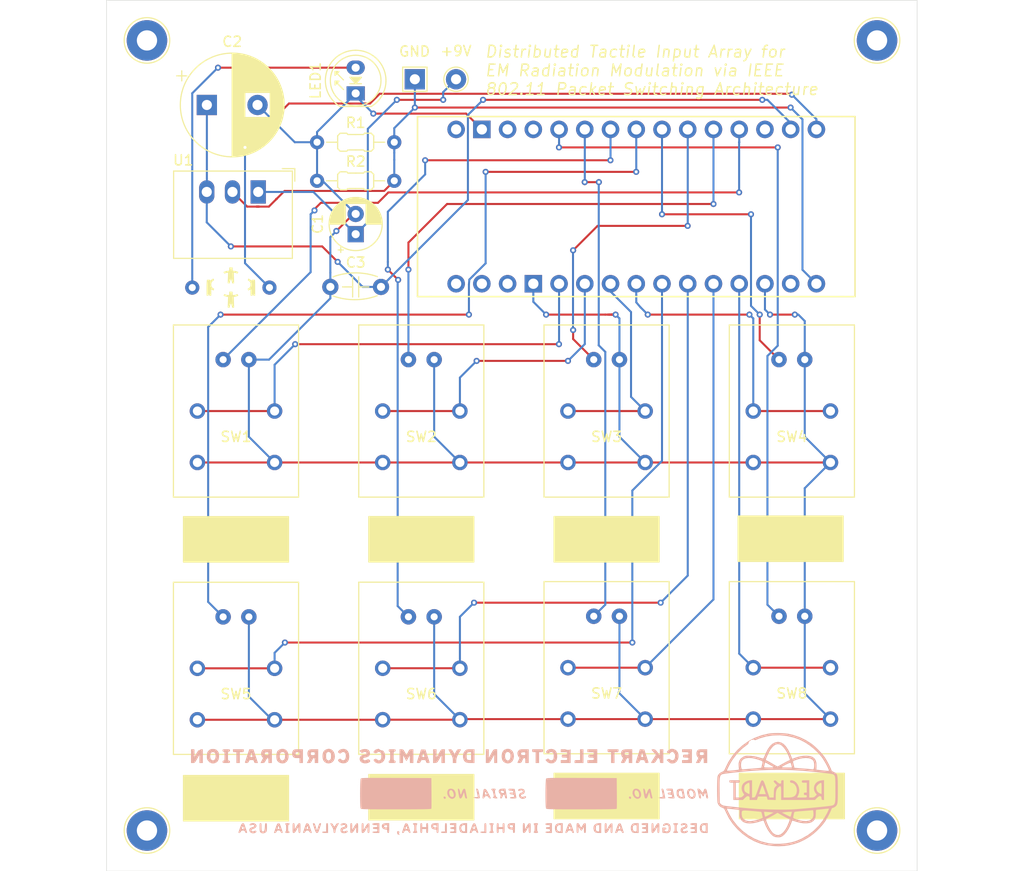
<source format=kicad_pcb>
(kicad_pcb (version 20240108) (generator "pcbnew") (generator_version "8.0")
  (layers (0 "F.Cu" signal) (31 "B.Cu" signal) (34 "B.Paste" user) (35 "F.Paste" user) (36 "B.SilkS" user "B.Silkscreen") (37 "F.SilkS" user "F.Silkscreen") (38 "B.Mask" user) (39 "F.Mask" user) (44 "Edge.Cuts" user))
  (net 0 "")
  (net 1 "Net-(A1-A4{slash}SDA)")
  (net 2 "Net-(SW8-LED+)")
  (net 3 "Net-(SW4-B)")
  (net 4 "Net-(SW2-B)")
  (net 5 "Net-(SW7-B)")
  (net 6 "Net-(SW1-B)")
  (net 7 "Net-(SW7-LED+)")
  (net 8 "GND")
  (net 10 "Net-(A1-3.3V)")
  (net 11 "Net-(SW2-LED+)")
  (net 12 "Net-(SW8-B)")
  (net 13 "Net-(A1-A5{slash}SCL)")
  (net 15 "Net-(SW3-B)")
  (net 16 "Net-(SW4-LED+)")
  (net 17 "Net-(SW3-LED+)")
  (net 19 "Net-(SW6-B)")
  (net 20 "Net-(SW1-LED+)")
  (net 21 "Net-(SW5-B)")
  (net 22 "Net-(LED1-K)")
  (net 25 "Net-(A1-D13_SCK)")
  (net 29 "+9V")
  (net 30 "Net-(LED1-A)")
  (footprint "Button_Switch_THT:PB_86_A1" (layer "F.Cu") (at 112.649 123.958813)
    (property "Reference" "SW5")
    (property "Value" "SW_Push_SPDT")
  )
  (footprint "TestPoint:TestPoint_THTPad_D4.0mm_Drill2.0mm" (layer "F.Cu") (at 175.919 61.952)
    (property "Reference" "REF**" (hide yes))
    (property "Value" "TestPoint_THTPad_D4.0mm_Drill2.0mm")
  )
  (footprint "Button_Switch_THT:PB_86_A1" (layer "F.Cu") (at 112.649 98.552)
    (property "Reference" "SW1")
    (property "Value" "SW_Push_SPDT")
  )
  (footprint "Button_Switch_THT:PB_86_A1" (layer "F.Cu") (at 149.225 123.895874)
    (property "Reference" "SW7")
    (property "Value" "SW_Push_SPDT")
  )
  (footprint "PCM_Capacitor_THT_AKL:CP_Radial_D5.0mm_P2.00mm" (layer "F.Cu") (at 124.46 81.087113 90)
    (property "Reference" "C1")
    (property "Value" "100uF" (hide yes))
  )
  (footprint "PCM_arduino-library:Arduino_Nano_ESP32_Socket" (layer "F.Cu") (at 173.744698 78.359 90)
    (property "Reference" "A1" (hide yes))
    (property "Value" "Arduino_Nano_ESP32_Socket")
  )
  (footprint "Converter_DCDC:Converter_DCDC_RECOM_R-78E-0.5_THT" (layer "F.Cu") (at 114.842 76.9135 180)
    (property "Reference" "U1")
    (property "Value" "R-78E3.3-1.0" (hide yes))
  )
  (footprint "PCM_Capacitor_THT_US_AKL:C_Disc_D5.0mm_W2.5mm_P5.00mm" (layer "F.Cu") (at 121.96 86.294113)
    (property "Reference" "C3")
    (property "Value" "10uF" (hide yes))
  )
  (footprint "lampyfoot:solstice" (layer "F.Cu") (at 112.141 86.36)
    (property "Reference" "G***" (hide yes))
    (property "Value" "LOGO" (hide yes))
  )
  (footprint "TestPoint:TestPoint_THTPad_D2.0mm_Drill1.0mm" (layer "F.Cu") (at 134.366 65.786)
    (property "Reference" "+9V")
    (property "Value" "TestPoint_THTPad_D2.0mm_Drill1.0mm")
  )
  (footprint "PCM_Resistor_THT_AKL:R_Axial_DIN0204_L3.6mm_D1.6mm_P7.62mm_Horizontal" (layer "F.Cu") (at 120.65 72.004)
    (property "Reference" "R1")
    (property "Value" "100k" (hide yes))
  )
  (footprint "TestPoint:TestPoint_THTPad_D4.0mm_Drill2.0mm" (layer "F.Cu") (at 103.862 139.978)
    (property "Reference" "REF**" (hide yes))
    (property "Value" "TestPoint_THTPad_D4.0mm_Drill2.0mm")
  )
  (footprint "TestPoint:TestPoint_THTPad_D4.0mm_Drill2.0mm" (layer "F.Cu") (at 103.862 61.952)
    (property "Reference" "REF**" (hide yes))
    (property "Value" "TestPoint_THTPad_D4.0mm_Drill2.0mm")
  )
  (footprint "PCM_LED_THT_AKL:LED_D5.0mm" (layer "F.Cu") (at 124.46 67.183 90)
    (property "Reference" "LED1")
    (property "Value" "LED_5mm" (hide yes))
  )
  (footprint "TestPoint:TestPoint_THTPad_2.0x2.0mm_Drill1.0mm" (layer "F.Cu") (at 130.302 65.786)
    (property "Reference" "GND" (hide yes))
    (property "Value" "TestPoint_THTPad_2.0x2.0mm_Drill1.0mm")
  )
  (footprint "PCM_Resistor_THT_AKL:R_Axial_DIN0204_L3.6mm_D1.6mm_P7.62mm_Horizontal" (layer "F.Cu") (at 120.65 75.814)
    (property "Reference" "R2")
    (property "Value" "33k" (hide yes))
  )
  (footprint "PCM_Capacitor_THT_AKL:CP_Radial_D10.0mm_P5.00mm" (layer "F.Cu") (at 109.773323 68.326)
    (property "Reference" "C2")
    (property "Value" "470uF" (hide yes))
  )
  (footprint "TestPoint:TestPoint_THTPad_D4.0mm_Drill2.0mm" (layer "F.Cu") (at 175.919 139.978)
    (property "Reference" "REF**" (hide yes))
    (property "Value" "TestPoint_THTPad_D4.0mm_Drill2.0mm")
  )
  (footprint "PCM_Resistor_THT_AKL:R_Axial_DIN0204_L3.6mm_D1.6mm_P7.62mm_Horizontal" (layer "F.Cu") (at 108.331 86.36)
    (property "Reference" "R3" (hide yes))
    (property "Value" "33k" (hide yes))
  )
  (footprint "Button_Switch_THT:PB_86_A1" (layer "F.Cu") (at 167.513 123.895874)
    (property "Reference" "SW8")
    (property "Value" "SW_Push_SPDT")
  )
  (footprint "Button_Switch_THT:PB_86_A1" (layer "F.Cu") (at 149.225 98.552)
    (property "Reference" "SW3")
    (property "Value" "SW_Push_SPDT")
  )
  (footprint "Button_Switch_THT:PB_86_A1" (layer "F.Cu") (at 167.513 98.552)
    (property "Reference" "SW4")
    (property "Value" "SW_Push_SPDT")
  )
  (footprint "Button_Switch_THT:PB_86_A1" (layer "F.Cu") (at 130.937 98.552)
    (property "Reference" "SW2")
    (property "Value" "SW_Push_SPDT")
  )
  (footprint "Button_Switch_THT:PB_86_A1" (layer "F.Cu") (at 130.937 123.952)
    (property "Reference" "SW6")
    (property "Value" "SW_Push_SPDT")
  )
  (footprint "lampyfoot:badge" (layer "B.Cu") (at 140.081 135.89 180)
    (property "Reference" "G***" (hide yes))
    (property "Value" "LOGO" (hide yes))
  )
  (gr_rect (start 125.7465 134.438) (end 136.1275 138.938) (stroke (width 0.1)) (fill solid) (layer "F.SilkS"))
  (gr_rect (start 162.1955 108.911) (end 172.5765 113.411) (stroke (width 0.1)) (fill solid) (layer "F.SilkS"))
  (gr_rect (start 162.3225 134.317813) (end 172.7035 138.817813) (stroke (width 0.1)) (fill solid) (layer "F.SilkS"))
  (gr_rect (start 125.7465 108.966) (end 136.1275 113.466) (stroke (width 0.1)) (fill solid) (layer "F.SilkS"))
  (gr_rect (start 107.4585 108.972813) (end 117.8395 113.472813) (stroke (width 0.1)) (fill solid) (layer "F.SilkS"))
  (gr_rect (start 144.0345 134.317813) (end 154.4155 138.817813) (stroke (width 0.1)) (fill solid) (layer "F.SilkS"))
  (gr_rect (start 144.0345 108.966) (end 154.4155 113.466) (stroke (width 0.1)) (fill solid) (layer "F.SilkS"))
  (gr_rect (start 107.4585 134.535813) (end 117.8395 139.035813) (stroke (width 0.1)) (fill solid) (layer "F.SilkS"))
  (gr_rect (start 99.872875 57.984281) (end 179.872875 143.984281) (stroke (width 0.05)) (fill none) (layer "Edge.Cuts"))
  (gr_text "Distributed Tactile Input Array for\nEM Radiation Modulation via IEEE\n802.11 Packet Switching Architecture" (at 137.16 67.437 0) (layer "F.SilkS") (effects (font (size 1.15 1.15) (thickness 0.14375) (italic yes)) (justify left bottom)))
  (gr_text "GND" (at 128.651 63.627 0) (layer "F.SilkS") (effects (font (size 1 1)) (justify left bottom)))
  (segment (start 135.636 89.027) (end 111.125 89.027) (width 0.2) (layer "F.Cu") (net 1))
  (segment (start 137.287 74.93) (end 152.146 74.93) (width 0.2) (layer "F.Cu") (net 1))
  (via (at 111.125 89.027) (size 0.6) (drill 0.3) (layers "F.Cu" "B.Cu") (net 1))
  (via (at 137.287 74.93) (size 0.6) (drill 0.3) (layers "F.Cu" "B.Cu") (net 1))
  (via (at 135.636 89.027) (size 0.6) (drill 0.3) (layers "F.Cu" "B.Cu") (net 1))
  (via (at 152.146 74.93) (size 0.6) (drill 0.3) (layers "F.Cu" "B.Cu") (net 1))
  (segment (start 152.154698 70.739) (end 152.154698 74.921302) (width 0.2) (layer "B.Cu") (net 1))
  (segment (start 135.678994 85.570859) (end 136.01841 85.229713) (width 0.2) (layer "B.Cu") (net 1))
  (segment (start 135.637757 89.025242) (end 135.637757 86.05032) (width 0.2) (layer "B.Cu") (net 1))
  (segment (start 137.287 74.93) (end 137.287 83.961115) (width 0.2) (layer "B.Cu") (net 1))
  (segment (start 137.287 83.961115) (end 137.287006 83.961121) (width 0.2) (layer "B.Cu") (net 1))
  (segment (start 136.01841 85.229713) (end 137.287006 83.961121) (width 0.2) (layer "B.Cu") (net 1))
  (segment (start 152.146 70.747698) (end 152.154698 70.739) (width 0.2) (layer "B.Cu") (net 1))
  (segment (start 135.637757 86.05032) (end 135.678994 85.570859) (width 0.2) (layer "B.Cu") (net 1))
  (segment (start 109.901001 90.251) (end 109.900997 117.400814) (width 0.2) (layer "B.Cu") (net 1))
  (segment (start 135.636 89.027) (end 135.637757 89.025242) (width 0.2) (layer "B.Cu") (net 1))
  (segment (start 109.900997 117.400814) (end 111.379 118.878813) (width 0.2) (layer "B.Cu") (net 1))
  (segment (start 152.154698 74.921302) (end 152.146 74.93) (width 0.2) (layer "B.Cu") (net 1))
  (segment (start 111.125 89.027) (end 109.901001 90.251) (width 0.2) (layer "B.Cu") (net 1))
  (segment (start 166.116 72.517) (end 144.526 72.517) (width 0.2) (layer "F.Cu") (net 2))
  (via (at 166.116 72.517) (size 0.6) (drill 0.3) (layers "F.Cu" "B.Cu") (net 2))
  (via (at 144.526 72.517) (size 0.6) (drill 0.3) (layers "F.Cu" "B.Cu") (net 2))
  (segment (start 144.534698 72.23396) (end 144.534698 72.232688) (width 0.2) (layer "B.Cu") (net 2))
  (segment (start 144.534698 72.035094) (end 144.534698 72.153396) (width 0.2) (layer "B.Cu") (net 2))
  (segment (start 144.534698 72.483429) (end 144.534698 72.482275) (width 0.2) (layer "B.Cu") (net 2))
  (segment (start 144.534698 72.466215) (end 144.534698 72.473846) (width 0.2) (layer "B.Cu") (net 2))
  (segment (start 144.534698 72.317599) (end 144.534698 72.339011) (width 0.2) (layer "B.Cu") (net 2))
  (segment (start 144.534698 72.434272) (end 144.534698 72.443678) (width 0.2) (layer "B.Cu") (net 2))
  (segment (start 144.534698 72.422649) (end 144.534698 72.427262) (width 0.2) (layer "B.Cu") (net 2))
  (segment (start 144.534698 72.483429) (end 144.534698 72.489285) (width 0.2) (layer "B.Cu") (net 2))
  (segment (start 144.534698 72.399314) (end 144.534698 72.413333) (width 0.2) (layer "B.Cu") (net 2))
  (segment (start 144.534698 72.35226) (end 144.534698 72.357347) (width 0.2) (layer "B.Cu") (net 2))
  (segment (start 144.534698 72.443678) (end 144.534698 72.458584) (width 0.2) (layer "B.Cu") (net 2))
  (segment (start 144.534698 72.271698) (end 144.534698 72.309436) (width 0.2) (layer "B.Cu") (net 2))
  (segment (start 144.534698 72.458584) (end 144.534698 72.466215) (width 0.2) (layer "B.Cu") (net 2))
  (segment (start 144.534698 72.362434) (end 144.534698 72.366782) (width 0.2) (layer "B.Cu") (net 2))
  (segment (start 144.534698 72.035094) (end 144.534698 70.739) (width 0.2) (layer "B.Cu") (net 2))
  (segment (start 144.534698 72.502151) (end 144.534698 72.508302) (width 0.2) (layer "B.Cu") (net 2))
  (segment (start 144.534698 72.357347) (end 144.534698 72.362434) (width 0.2) (layer "B.Cu") (net 2))
  (segment (start 165.09999 93.113103) (end 166.116006 92.097107) (width 0.2) (layer "B.Cu") (net 2))
  (segment (start 144.534698 72.474112) (end 144.534698 72.482275) (width 0.2) (layer "B.Cu") (net 2))
  (segment (start 144.534698 72.500494) (end 144.534698 72.502151) (width 0.2) (layer "B.Cu") (net 2))
  (segment (start 144.534698 72.192406) (end 144.534698 72.232688) (width 0.2) (layer "B.Cu") (net 2))
  (segment (start 144.534698 72.317599) (end 144.534698 72.309436) (width 0.2) (layer "B.Cu") (net 2))
  (segment (start 144.534698 72.413333) (end 144.534698 72.418036) (width 0.2) (layer "B.Cu") (net 2))
  (segment (start 144.534698 72.431875) (end 144.534698 72.434272) (width 0.2) (layer "B.Cu") (net 2))
  (segment (start 144.534698 72.23396) (end 144.534698 72.271698) (width 0.2) (layer "B.Cu") (net 2))
  (segment (start 165.100021 117.672864) (end 166.243 118.815874) (width 0.2) (layer "B.Cu") (net 2))
  (segment (start 144.526 72.517) (end 144.534698 72.508302) (width 0.2) (layer "B.Cu") (net 2))
  (segment (start 144.534698 72.339011) (end 144.534698 72.347173) (width 0.2) (layer "B.Cu") (net 2))
  (segment (start 144.534698 72.399314) (end 144.534698 72.380564) (width 0.2) (layer "B.Cu") (net 2))
  (segment (start 144.534698 72.489285) (end 144.534698 72.495141) (width 0.2) (layer "B.Cu") (net 2))
  (segment (start 144.534698 72.497181) (end 144.534698 72.500494) (width 0.2) (layer "B.Cu") (net 2))
  (segment (start 144.534698 72.192406) (end 144.534698 72.153396) (width 0.2) (layer "B.Cu") (net 2))
  (segment (start 166.116006 92.097107) (end 166.116 72.517) (width 0.2) (layer "B.Cu") (net 2))
  (segment (start 144.534698 72.366782) (end 144.534698 72.380564) (width 0.2) (layer "B.Cu") (net 2))
  (segment (start 144.534698 72.347173) (end 144.534698 72.35226) (width 0.2) (layer "B.Cu") (net 2))
  (segment (start 144.534698 72.427262) (end 144.534698 72.431875) (width 0.2) (layer "B.Cu") (net 2))
  (segment (start 144.534698 72.418036) (end 144.534698 72.422649) (width 0.2) (layer "B.Cu") (net 2))
  (segment (start 144.534698 72.474112) (end 144.534698 72.473846) (width 0.2) (layer "B.Cu") (net 2))
  (segment (start 165.100021 117.672864) (end 165.09999 93.113103) (width 0.2) (layer "B.Cu") (net 2))
  (segment (start 144.534698 72.497181) (end 144.534698 72.495141) (width 0.2) (layer "B.Cu") (net 2))
  (segment (start 163.322 89.027) (end 153.289 89.027) (width 0.2) (layer "F.Cu") (net 3))
  (segment (start 163.703 98.552) (end 171.323 98.552) (width 0.2) (layer "F.Cu") (net 3))
  (via (at 153.289 89.027) (size 0.6) (drill 0.3) (layers "F.Cu" "B.Cu") (net 3))
  (via (at 163.322 89.027) (size 0.6) (drill 0.3) (layers "F.Cu" "B.Cu") (net 3))
  (segment (start 152.154698 87.180427) (end 152.156199 87.814264) (width 0.2) (layer "B.Cu") (net 3))
  (segment (start 152.154698 87.180427) (end 152.154698 85.979) (width 0.2) (layer "B.Cu") (net 3))
  (segment (start 152.564566 88.29902) (end 152.156199 87.814264) (width 0.2) (layer "B.Cu") (net 3))
  (segment (start 163.703002 89.407999) (end 163.703 98.552) (width 0.2) (layer "B.Cu") (net 3))
  (segment (start 153.289 89.025227) (end 153.289011 89.02345) (width 0.2) (layer "B.Cu") (net 3))
  (segment (start 153.289 89.027) (end 153.289 89.025227) (width 0.2) (layer "B.Cu") (net 3))
  (segment (start 152.564566 88.29902) (end 153.287746 89.0222) (width 0.2) (layer "B.Cu") (net 3))
  (segment (start 163.703002 89.407999) (end 163.322 89.027) (width 0.2) (layer "B.Cu") (net 3))
  (segment (start 153.287746 89.0222) (end 153.289011 89.02345) (width 0.2) (layer "B.Cu") (net 3))
  (segment (start 145.415 93.599) (end 136.398 93.599) (width 0.2) (layer "F.Cu") (net 4))
  (segment (start 127.127 98.552) (end 134.747 98.552) (width 0.2) (layer "F.Cu") (net 4))
  (via (at 136.398 93.599) (size 0.6) (drill 0.3) (layers "F.Cu" "B.Cu") (net 4))
  (via (at 145.415 93.599) (size 0.6) (drill 0.3) (layers "F.Cu" "B.Cu") (net 4))
  (segment (start 134.747001 95.25) (end 134.747 98.552) (width 0.2) (layer "B.Cu") (net 4))
  (segment (start 147.074698 91.939302) (end 145.415 93.599) (width 0.2) (layer "B.Cu") (net 4))
  (segment (start 147.074698 91.939302) (end 147.074698 85.979) (width 0.2) (layer "B.Cu") (net 4))
  (segment (start 136.398 93.599) (end 134.747001 95.25) (width 0.2) (layer "B.Cu") (net 4))
  (segment (start 153.035 123.895874) (end 145.415 123.895874) (width 0.2) (layer "F.Cu") (net 5))
  (segment (start 159.774686 117.15617) (end 153.035 123.895874) (width 0.2) (layer "B.Cu") (net 5))
  (segment (start 159.774686 117.15617) (end 159.774698 85.979) (width 0.2) (layer "B.Cu") (net 5))
  (segment (start 108.839 98.552) (end 116.459 98.552) (width 0.2) (layer "F.Cu") (net 6))
  (segment (start 118.491 91.948) (end 144.526 91.948) (width 0.2) (layer "F.Cu") (net 6))
  (via (at 144.526 91.948) (size 0.6) (drill 0.3) (layers "F.Cu" "B.Cu") (net 6))
  (via (at 118.491 91.948) (size 0.6) (drill 0.3) (layers "F.Cu" "B.Cu") (net 6))
  (segment (start 144.534698 91.933151) (end 144.534698 85.979) (width 0.2) (layer "B.Cu") (net 6))
  (segment (start 116.458984 93.979993) (end 116.459 98.552) (width 0.2) (layer "B.Cu") (net 6))
  (segment (start 116.458984 93.979993) (end 118.491 91.948) (width 0.2) (layer "B.Cu") (net 6))
  (segment (start 144.534676 91.939292) (end 144.526 91.948) (width 0.2) (layer "B.Cu") (net 6))
  (segment (start 144.534698 91.933151) (end 144.534676 91.939292) (width 0.2) (layer "B.Cu") (net 6))
  (segment (start 148.463 75.946) (end 147.066 75.946) (width 0.2) (layer "F.Cu") (net 7))
  (via (at 148.463 75.946) (size 0.6) (drill 0.3) (layers "F.Cu" "B.Cu") (net 7))
  (via (at 147.066 75.946) (size 0.6) (drill 0.3) (layers "F.Cu" "B.Cu") (net 7))
  (segment (start 147.074698 75.937302) (end 147.074698 70.485) (width 0.2) (layer "B.Cu") (net 7))
  (segment (start 147.066 75.946) (end 147.074698 75.937302) (width 0.2) (layer "B.Cu") (net 7))
  (segment (start 148.451098 75.957902) (end 148.451098 92.063058) (width 0.2) (layer "B.Cu") (net 7))
  (segment (start 149.098011 92.709995) (end 149.097979 117.672864) (width 0.2) (layer "B.Cu") (net 7))
  (segment (start 149.097979 117.672864) (end 147.955 118.815874) (width 0.2) (layer "B.Cu") (net 7))
  (segment (start 148.463 75.946) (end 148.451098 75.957902) (width 0.2) (layer "B.Cu") (net 7))
  (segment (start 148.451086 92.06307) (end 149.098011 92.709995) (width 0.2) (layer "B.Cu") (net 7))
  (segment (start 148.451098 92.063058) (end 148.451086 92.06307) (width 0.2) (layer "B.Cu") (net 7))
  (segment (start 116.638963 77.616532) (end 116.633292 77.622203) (width 0.2) (layer "F.Cu") (net 8))
  (segment (start 114.844348 78.3635) (end 114.799652 78.3635) (width 0.2) (layer "F.Cu") (net 8))
  (segment (start 116.665047 77.59045) (end 116.663913 77.591583) (width 0.2) (layer "F.Cu") (net 8))
  (segment (start 113.752002 78.363502) (end 112.302 76.9135) (width 0.2) (layer "F.Cu") (net 8))
  (segment (start 116.666182 77.589317) (end 116.665047 77.59045) (width 0.2) (layer "F.Cu") (net 8))
  (segment (start 127.270001 76.814002) (end 128.27 75.814) (width 0.2) (layer "F.Cu") (net 8))
  (segment (start 116.644631 77.610863) (end 116.643498 77.611997) (width 0.2) (layer "F.Cu") (net 8))
  (segment (start 130.302 68.58) (end 130.556 68.58) (width 0.2) (layer "F.Cu") (net 8))
  (segment (start 116.662778 77.592718) (end 116.661643 77.593853) (width 0.2) (layer "F.Cu") (net 8))
  (segment (start 116.663913 77.591583) (end 116.662778 77.592718) (width 0.2) (layer "F.Cu") (net 8))
  (segment (start 116.661643 77.593853) (end 116.659943 77.595553) (width 0.2) (layer "F.Cu") (net 8))
  (segment (start 114.754956 78.3635) (end 114.71026 78.3635) (width 0.2) (layer "F.Cu") (net 8))
  (segment (start 116.646333 77.609161) (end 116.644631 77.610863) (width 0.2) (layer "F.Cu") (net 8))
  (segment (start 117.441507 76.814017) (end 127.270001 76.814002) (width 0.2) (layer "F.Cu") (net 8))
  (segment (start 113.752002 78.363502) (end 114.665564 78.3635) (width 0.2) (layer "F.Cu") (net 8))
  (segment (start 116.627621 77.627873) (end 116.621384 77.63411) (width 0.2) (layer "F.Cu") (net 8))
  (segment (start 116.633292 77.622203) (end 116.627621 77.627873) (width 0.2) (layer "F.Cu") (net 8))
  (segment (start 116.659943 77.595553) (end 116.655407 77.600089) (width 0.2) (layer "F.Cu") (net 8))
  (segment (start 116.603239 77.652255) (end 115.892005 78.363508) (width 0.2) (layer "F.Cu") (net 8))
  (segment (start 114.93374 78.3635) (end 114.889044 78.3635) (width 0.2) (layer "F.Cu") (net 8))
  (segment (start 114.799652 78.3635) (end 114.754956 78.3635) (width 0.2) (layer "F.Cu") (net 8))
  (segment (start 116.638963 77.616532) (end 116.642365 77.61313) (width 0.2) (layer "F.Cu") (net 8))
  (segment (start 114.71026 78.3635) (end 114.665564 78.3635) (width 0.2) (layer "F.Cu") (net 8))
  (segment (start 115.892005 78.363508) (end 114.93374 78.3635) (width 0.2) (layer "F.Cu") (net 8))
  (segment (start 116.621384 77.63411) (end 116.603239 77.652255) (width 0.2) (layer "F.Cu") (net 8))
  (segment (start 116.65087 77.604625) (end 116.646333 77.609161) (width 0.2) (layer "F.Cu") (net 8))
  (segment (start 116.643498 77.611997) (end 116.642365 77.61313) (width 0.2) (layer "F.Cu") (net 8))
  (segment (start 116.666182 77.589317) (end 117.441507 76.814017) (width 0.2) (layer "F.Cu") (net 8))
  (segment (start 116.655407 77.600089) (end 116.65087 77.604625) (width 0.2) (layer "F.Cu") (net 8))
  (segment (start 167.386 68.58) (end 130.302 68.58) (width 0.2) (layer "F.Cu") (net 8))
  (segment (start 114.889044 78.3635) (end 114.844348 78.3635) (width 0.2) (layer "F.Cu") (net 8))
  (via (at 130.302 68.58) (size 0.6) (drill 0.3) (layers "F.Cu" "B.Cu") (net 8))
  (via (at 167.386 68.58) (size 0.6) (drill 0.3) (layers "F.Cu" "B.Cu") (net 8))
  (segment (start 128.27 71.50375) (end 128.27 71.569) (width 0.2) (layer "B.Cu") (net 8))
  (segment (start 168.558313 69.752292) (end 168.558299 84.602599) (width 0.2) (layer "B.Cu") (net 8))
  (segment (start 128.27 72.091) (end 128.27 72.15625) (width 0.2) (layer "B.Cu") (net 8))
  (segment (start 128.27 71.46025) (end 128.27 71.50375) (width 0.2) (layer "B.Cu") (net 8))
  (segment (start 128.27 72.37375) (end 128.27 72.24325) (width 0.2) (layer "B.Cu") (net 8))
  (segment (start 167.386 68.58) (end 168.558313 69.752292) (width 0.2) (layer "B.Cu") (net 8))
  (segment (start 128.27 72.19975) (end 128.27 72.24325) (width 0.2) (layer "B.Cu") (net 8))
  (segment (start 128.27 73.048) (end 128.27 72.80875) (width 0.2) (layer "B.Cu") (net 8))
  (segment (start 168.558299 84.602599) (end 169.934698 85.979) (width 0.2) (layer "B.Cu") (net 8))
  (segment (start 128.27 71.41675) (end 128.27 71.37325) (width 0.2) (layer "B.Cu") (net 8))
  (segment (start 128.27 71.32975) (end 128.27 71.37325) (width 0.2) (layer "B.Cu") (net 8))
  (segment (start 128.27 72.37375) (end 128.27 72.59125) (width 0.2) (layer "B.Cu") (net 8))
  (segment (start 128.27 71.743) (end 128.27 71.917) (width 0.2) (layer "B.Cu") (net 8))
  (segment (start 128.270002 70.612001) (end 128.27 71.32975) (width 0.2) (layer "B.Cu") (net 8))
  (segment (start 128.27 73.048) (end 128.27 73.744) (width 0.2) (layer "B.Cu") (net 8))
  (segment (start 128.270002 70.612001) (end 130.302 68.58) (width 0.2) (layer "B.Cu") (net 8))
  (segment (start 128.27 71.41675) (end 128.27 71.46025) (width 0.2) (layer "B.Cu") (net 8))
  (segment (start 128.27 73.744) (end 128.27 75.814) (width 0.2) (layer "B.Cu") (net 8))
  (segment (start 130.302 68.58) (end 130.302 65.786) (width 0.2) (layer "B.Cu") (net 8))
  (segment (start 128.27 72.59125) (end 128.27 72.80875) (width 0.2) (layer "B.Cu") (net 8))
  (segment (start 128.27 71.569) (end 128.27 71.743) (width 0.2) (layer "B.Cu") (net 8))
  (segment (start 128.27 71.917) (end 128.27 72.091) (width 0.2) (layer "B.Cu") (net 8))
  (segment (start 128.27 72.15625) (end 128.27 72.19975) (width 0.2) (layer "B.Cu") (net 8))
  (segment (start 137.033 67.818) (end 164.592 67.818) (width 0.2) (layer "F.Cu") (net 10))
  (segment (start 112.141 82.296) (end 121.158005 82.295988) (width 0.2) (layer "F.Cu") (net 10))
  (segment (start 122.682 83.82) (end 121.158005 82.295988) (width 0.2) (layer "F.Cu") (net 10))
  (via (at 164.592 67.818) (size 0.6) (drill 0.3) (layers "F.Cu" "B.Cu") (net 10))
  (via (at 112.141 82.296) (size 0.6) (drill 0.3) (layers "F.Cu" "B.Cu") (net 10))
  (via (at 122.682 83.82) (size 0.6) (drill 0.3) (layers "F.Cu" "B.Cu") (net 10))
  (via (at 137.033 67.818) (size 0.6) (drill 0.3) (layers "F.Cu" "B.Cu") (net 10))
  (segment (start 109.767661 76.907838) (end 109.773335 76.902181) (width 0.2) (layer "B.Cu") (net 10))
  (segment (start 125.15612 86.294094) (end 126.96 86.294113) (width 0.2) (layer "B.Cu") (net 10))
  (segment (start 109.773323 76.89417) (end 109.773335 76.902181) (width 0.2) (layer "B.Cu") (net 10))
  (segment (start 135.538298 77.715814) (end 126.96 86.294113) (width 0.2) (layer "B.Cu") (net 10))
  (segment (start 109.767661 76.907838) (end 109.761998 76.913499) (width 0.2) (layer "B.Cu") (net 10))
  (segment (start 137.033 67.818) (end 135.538298 69.312702) (width 0.2) (layer "B.Cu") (net 10))
  (segment (start 167.394698 70.739) (end 167.394717 70.11269) (width 0.2) (layer "B.Cu") (net 10))
  (segment (start 122.682 83.82) (end 125.15612 86.294094) (width 0.2) (layer "B.Cu") (net 10))
  (segment (start 135.538298 69.312702) (end 135.538298 77.715814) (width 0.2) (layer "B.Cu") (net 10))
  (segment (start 167.394717 70.11269) (end 165.100027 67.818) (width 0.2) (layer "B.Cu") (net 10))
  (segment (start 112.141 82.296) (end 109.762021 79.91699) (width 0.2) (layer "B.Cu") (net 10))
  (segment (start 165.100027 67.818) (end 164.592 67.818) (width 0.2) (layer "B.Cu") (net 10))
  (segment (start 109.762021 79.91699) (end 109.767666 76.90784) (width 0.2) (layer "B.Cu") (net 10))
  (segment (start 109.773323 76.89417) (end 109.773323 68.326) (width 0.2) (layer "B.Cu") (net 10))
  (segment (start 159.774696 78.105) (end 133.477001 78.105) (width 0.2) (layer "F.Cu") (net 11))
  (segment (start 133.477001 78.105) (end 129.667 81.915001) (width 0.2) (layer "F.Cu") (net 11))
  (segment (start 129.667 81.915001) (end 129.667 84.582) (width 0.2) (layer "F.Cu") (net 11))
  (via (at 129.667 84.582) (size 0.6) (drill 0.3) (layers "F.Cu" "B.Cu") (net 11))
  (via (at 159.774696 78.105) (size 0.6) (drill 0.3) (layers "F.Cu" "B.Cu") (net 11))
  (segment (start 159.774696 78.105) (end 159.774698 78.104998) (width 0.2) (layer "B.Cu") (net 11))
  (segment (start 159.774698 78.104998) (end 159.774698 70.739) (width 0.2) (layer "B.Cu") (net 11))
  (segment (start 159.774696 78.105) (end 159.766 78.113696) (width 0.2) (layer "B.Cu") (net 11))
  (segment (start 129.667 84.582) (end 129.667 93.472) (width 0.2) (layer "B.Cu") (net 11))
  (segment (start 163.703 123.895874) (end 171.323 123.895874) (width 0.2) (layer "F.Cu") (net 12))
  (segment (start 162.314707 122.507568) (end 162.314698 85.979) (width 0.2) (layer "B.Cu") (net 12))
  (segment (start 162.314707 122.507568) (end 163.703 123.895874) (width 0.2) (layer "B.Cu") (net 12))
  (segment (start 128.651 85.598) (end 127.635 84.582) (width 0.2) (layer "F.Cu") (net 13))
  (segment (start 131.318 73.787) (end 149.606 73.787) (width 0.2) (layer "F.Cu") (net 13))
  (via (at 149.606 73.787) (size 0.6) (drill 0.3) (layers "F.Cu" "B.Cu") (net 13))
  (via (at 131.318 73.787) (size 0.6) (drill 0.3) (layers "F.Cu" "B.Cu") (net 13))
  (via (at 128.651 85.598) (size 0.6) (drill 0.3) (layers "F.Cu" "B.Cu") (net 13))
  (via (at 127.635 84.582) (size 0.6) (drill 0.3) (layers "F.Cu" "B.Cu") (net 13))
  (segment (start 128.604981 117.810007) (end 128.605001 85.644) (width 0.2) (layer "B.Cu") (net 13))
  (segment (start 128.605001 85.644) (end 128.651 85.598) (width 0.2) (layer "B.Cu") (net 13))
  (segment (start 149.614698 73.778302) (end 149.606 73.787) (width 0.2) (layer "B.Cu") (net 13))
  (segment (start 149.614698 70.739) (end 149.614698 73.778302) (width 0.2) (layer "B.Cu") (net 13))
  (segment (start 128.604981 117.810007) (end 129.667 118.872) (width 0.2) (layer "B.Cu") (net 13))
  (segment (start 127.634975 78.86699) (end 131.318 75.183965) (width 0.2) (layer "B.Cu") (net 13))
  (segment (start 127.635 83.82) (end 127.634975 78.86699) (width 0.2) (layer "B.Cu") (net 13))
  (segment (start 131.318 75.183965) (end 131.318 73.787) (width 0.2) (layer "B.Cu") (net 13))
  (segment (start 127.635 84.582) (end 127.635 83.82) (width 0.2) (layer "B.Cu") (net 13))
  (segment (start 145.415 98.552) (end 153.035 98.552) (width 0.2) (layer "F.Cu") (net 15))
  (segment (start 151.638 88.773) (end 149.614698 86.749698) (width 0.2) (layer "B.Cu") (net 15))
  (segment (start 149.614698 86.749698) (end 149.614698 85.979) (width 0.2) (layer "B.Cu") (net 15))
  (segment (start 151.638 97.155) (end 151.638 88.773) (width 0.2) (layer "B.Cu") (net 15))
  (segment (start 153.035 98.552) (end 151.638 97.155) (width 0.2) (layer "B.Cu") (net 15))
  (segment (start 164.338 89.027) (end 164.338 91.567) (width 0.2) (layer "F.Cu") (net 16))
  (segment (start 164.338 91.567) (end 166.243 93.472) (width 0.2) (layer "F.Cu") (net 16))
  (segment (start 163.478278 79.121) (end 154.694698 79.121) (width 0.2) (layer "F.Cu") (net 16))
  (via (at 164.338 89.027) (size 0.6) (drill 0.3) (layers "F.Cu" "B.Cu") (net 16))
  (via (at 163.478278 79.121) (size 0.6) (drill 0.3) (layers "F.Cu" "B.Cu") (net 16))
  (via (at 154.694698 79.121) (size 0.6) (drill 0.3) (layers "F.Cu" "B.Cu") (net 16))
  (segment (start 163.478278 79.121) (end 163.478278 88.167278) (width 0.2) (layer "B.Cu") (net 16))
  (segment (start 154.694698 78.884396) (end 154.686 78.875698) (width 0.2) (layer "B.Cu") (net 16))
  (segment (start 154.694698 79.121) (end 154.694698 78.884396) (width 0.2) (layer "B.Cu") (net 16))
  (segment (start 154.694698 79.121) (end 154.694698 70.739) (width 0.2) (layer "B.Cu") (net 16))
  (segment (start 163.478278 88.167278) (end 164.338 89.027) (width 0.2) (layer "B.Cu") (net 16))
  (segment (start 157.226 80.264) (end 148.336 80.264) (width 0.2) (layer "F.Cu") (net 17))
  (segment (start 145.923 90.551) (end 145.922995 91.440001) (width 0.2) (layer "F.Cu") (net 17))
  (segment (start 148.336 80.264) (end 145.923 82.677) (width 0.2) (layer "F.Cu") (net 17))
  (segment (start 145.922995 91.440001) (end 147.955 93.472) (width 0.2) (layer "F.Cu") (net 17))
  (via (at 145.923 82.677) (size 0.6) (drill 0.3) (layers "F.Cu" "B.Cu") (net 17))
  (via (at 145.923 90.551) (size 0.6) (drill 0.3) (layers "F.Cu" "B.Cu") (net 17))
  (via (at 157.226 80.264) (size 0.6) (drill 0.3) (layers "F.Cu" "B.Cu") (net 17))
  (segment (start 145.911099 90.539097) (end 145.923 90.551) (width 0.2) (layer "B.Cu") (net 17))
  (segment (start 145.911099 90.539097) (end 145.911091 82.688899) (width 0.2) (layer "B.Cu") (net 17))
  (segment (start 145.923 90.551) (end 145.9865 90.6145) (width 0.2) (layer "B.Cu") (net 17))
  (segment (start 157.226 80.264) (end 157.234698 80.255302) (width 0.2) (layer "B.Cu") (net 17))
  (segment (start 157.234698 80.255302) (end 157.234698 70.739) (width 0.2) (layer "B.Cu") (net 17))
  (segment (start 145.923 82.677) (end 145.911091 82.688899) (width 0.2) (layer "B.Cu") (net 17))
  (segment (start 134.747 123.952) (end 127.127 123.952) (width 0.2) (layer "F.Cu") (net 19))
  (segment (start 154.559 117.475) (end 136.144 117.475) (width 0.2) (layer "F.Cu") (net 19))
  (via (at 154.559 117.475) (size 0.6) (drill 0.3) (layers "F.Cu" "B.Cu") (net 19))
  (via (at 136.144 117.475) (size 0.6) (drill 0.3) (layers "F.Cu" "B.Cu") (net 19))
  (segment (start 134.746989 118.871996) (end 134.747 123.952) (width 0.2) (layer "B.Cu") (net 19))
  (segment (start 154.559 117.475) (end 157.234699 114.799302) (width 0.2) (layer "B.Cu") (net 19))
  (segment (start 136.144 117.475) (end 134.746989 118.871996) (width 0.2) (layer "B.Cu") (net 19))
  (segment (start 157.234699 114.799302) (end 157.234698 85.979) (width 0.2) (layer "B.Cu") (net 19))
  (segment (start 121.026262 77.986348) (end 120.395998 78.61661) (width 0.2) (layer "F.Cu") (net 20))
  (segment (start 127.687687 76.962) (end 126.663339 77.986348) (width 0.2) (layer "F.Cu") (net 20))
  (segment (start 120.395998 78.61661) (end 120.396 78.74) (width 0.2) (layer "F.Cu") (net 20))
  (segment (start 162.306 76.962) (end 127.687687 76.962) (width 0.2) (layer "F.Cu") (net 20))
  (segment (start 126.663339 77.986348) (end 121.026262 77.986348) (width 0.2) (layer "F.Cu") (net 20))
  (via (at 120.396 78.74) (size 0.6) (drill 0.3) (layers "F.Cu" "B.Cu") (net 20))
  (via (at 162.306 76.962) (size 0.6) (drill 0.3) (layers "F.Cu" "B.Cu") (net 20))
  (segment (start 120.014995 84.835997) (end 111.379 93.472) (width 0.2) (layer "B.Cu") (net 20))
  (segment (start 162.306 76.962) (end 162.306 72.01515) (width 0.2) (layer "B.Cu") (net 20))
  (segment (start 120.015001 79.121) (end 120.396 78.74) (width 0.2) (layer "B.Cu") (net 20))
  (segment (start 162.310349 72.004651) (end 162.314698 72.000302) (width 0.2) (layer "B.Cu") (net 20))
  (segment (start 162.314698 72.000302) (end 162.314698 70.739) (width 0.2) (layer "B.Cu") (net 20))
  (segment (start 162.306 72.01515) (end 162.30598 72.008992) (width 0.2) (layer "B.Cu") (net 20))
  (segment (start 120.015001 79.121) (end 120.014995 84.835997) (width 0.2) (layer "B.Cu") (net 20))
  (segment (start 162.30598 72.008992) (end 162.310349 72.004651) (width 0.2) (layer "B.Cu") (net 20))
  (segment (start 117.475 121.412) (end 151.765 121.412) (width 0.2) (layer "F.Cu") (net 21))
  (segment (start 151.765 121.412) (end 151.8285 121.4755) (width 0.2) (layer "F.Cu") (net 21))
  (segment (start 116.459 123.958813) (end 108.839 123.958813) (width 0.2) (layer "F.Cu") (net 21))
  (via (at 117.475 121.412) (size 0.6) (drill 0.3) (layers "F.Cu" "B.Cu") (net 21))
  (via (at 151.765 121.412) (size 0.6) (drill 0.3) (layers "F.Cu" "B.Cu") (net 21))
  (segment (start 116.459001 122.428) (end 117.475 121.412) (width 0.2) (layer "B.Cu") (net 21))
  (segment (start 154.694719 103.474204) (end 154.694698 85.979) (width 0.2) (layer "B.Cu") (net 21))
  (segment (start 151.764999 106.403895) (end 154.694719 103.474204) (width 0.2) (layer "B.Cu") (net 21))
  (segment (start 151.764999 106.403895) (end 151.765 121.412) (width 0.2) (layer "B.Cu") (net 21))
  (segment (start 116.459001 122.428) (end 116.459 123.958813) (width 0.2) (layer "B.Cu") (net 21))
  (segment (start 163.703 103.632) (end 171.323 103.632) (width 0.2) (layer "F.Cu") (net 22))
  (segment (start 145.415 128.975874) (end 153.035 128.975874) (width 0.2) (layer "F.Cu") (net 22))
  (segment (start 149.522656 89.027) (end 149.526624 89.027) (width 0.2) (layer "F.Cu") (net 22))
  (segment (start 126.734369 129.038813) (end 126.739184 129.038808) (width 0.2) (layer "F.Cu") (net 22))
  (segment (start 163.703 103.632) (end 153.035 103.632) (width 0.2) (layer "F.Cu") (net 22))
  (segment (start 150.030656 89.027) (end 150.034624 89.027) (width 0.2) (layer "F.Cu") (net 22))
  (segment (start 127.127 103.632) (end 134.747 103.632) (width 0.2) (layer "F.Cu") (net 22))
  (segment (start 126.742593 129.035406) (end 126.739184 129.038808) (width 0.2) (layer "F.Cu") (net 22))
  (segment (start 127.127 129.032) (end 134.747 129.032) (width 0.2) (layer "F.Cu") (net 22))
  (segment (start 150.006844 89.027) (end 149.987 89.027) (width 0.2) (layer "F.Cu") (net 22))
  (segment (start 167.804197 89.027) (end 165.354 89.027) (width 0.2) (layer "F.Cu") (net 22))
  (segment (start 150.098124 89.027) (end 150.082249 89.027) (width 0.2) (layer "F.Cu") (net 22))
  (segment (start 134.80313 128.975882) (end 145.415 128.975874) (width 0.2) (layer "F.Cu") (net 22))
  (segment (start 149.796499 89.027) (end 149.780624 89.027) (width 0.2) (layer "F.Cu") (net 22))
  (segment (start 126.734369 129.038813) (end 116.459 129.038813) (width 0.2) (layer "F.Cu") (net 22))
  (segment (start 150.110031 89.027) (end 150.102093 89.027) (width 0.2) (layer "F.Cu") (net 22))
  (segment (start 149.352 89.027) (end 149.098 89.027) (width 0.2) (layer "F.Cu") (net 22))
  (segment (start 149.987 89.027) (end 149.9235 89.027) (width 0.2) (layer "F.Cu") (net 22))
  (segment (start 126.203 69.18) (end 135.355697 69.180001) (width 0.2) (layer "F.Cu") (net 22))
  (segment (start 149.840156 89.027) (end 149.86 89.027) (width 0.2) (layer "F.Cu") (net 22))
  (segment (start 116.459 103.632) (end 108.839 103.632) (width 0.2) (layer "F.Cu") (net 22))
  (segment (start 149.685374 89.027) (end 149.701249 89.027) (width 0.2) (layer "F.Cu") (net 22))
  (segment (start 149.764749 89.027) (end 149.748874 89.027) (width 0.2) (layer "F.Cu") (net 22))
  (segment (start 149.098 89.027) (end 143.256 89.027) (width 0.2) (layer "F.Cu") (net 22))
  (segment (start 150.066374 89.027) (end 150.050499 89.027) (width 0.2) (layer "F.Cu") (net 22))
  (segment (start 145.415 103.632) (end 134.747 103.632) (width 0.2) (layer "F.Cu") (net 22))
  (segment (start 149.780624 89.027) (end 149.764749 89.027) (width 0.2) (layer "F.Cu") (net 22))
  (segment (start 150.114 89.027) (end 150.110031 89.027) (width 0.2) (layer "F.Cu") (net 22))
  (segment (start 149.840156 89.027) (end 149.816343 89.027) (width 0.2) (layer "F.Cu") (net 22))
  (segment (start 135.355697 69.180001) (end 136.914698 70.739) (width 0.2) (layer "F.Cu") (net 22))
  (segment (start 127.127 103.632) (end 116.459 103.632) (width 0.2) (layer "F.Cu") (net 22))
  (segment (start 149.605999 89.027) (end 149.526624 89.027) (width 0.2) (layer "F.Cu") (net 22))
  (segment (start 150.050499 89.027) (end 150.034624 89.027) (width 0.2) (layer "F.Cu") (net 22))
  (segment (start 126.750817 129.032) (end 126.745998 129.031996) (width 0.2) (layer "F.Cu") (net 22))
  (segment (start 149.812374 89.027) (end 149.796499 89.027) (width 0.2) (layer "F.Cu") (net 22))
  (segment (start 124.239891 79.087122) (end 122.555 80.772) (width 0.2) (layer "F.Cu") (net 22))
  (segment (start 149.9235 89.027) (end 149.86 89.027) (width 0.2) (layer "F.Cu") (net 22))
  (segment (start 149.435344 89.027) (end 149.352 89.027) (width 0.2) (layer "F.Cu") (net 22))
  (segment (start 124.239891 79.087122) (end 124.46 79.087113) (width 0.2) (layer "F.Cu") (net 22))
  (segment (start 149.522656 89.027) (end 149.435344 89.027) (width 0.2) (layer "F.Cu") (net 22))
  (segment (start 150.082249 89.027) (end 150.066374 89.027) (width 0.2) (layer "F.Cu") (net 22))
  (segment (start 126.750817 129.032) (end 127.127 129.032) (width 0.2) (layer "F.Cu") (net 22))
  (segment (start 163.703 128.975874) (end 171.323 128.975874) (width 0.2) (layer "F.Cu") (net 22))
  (segment (start 145.415 103.632) (end 153.035 103.632) (width 0.2) (layer "F.Cu") (net 22))
  (segment (start 163.703 128.975874) (end 153.035 128.975874) (width 0.2) (layer "F.Cu") (net 22))
  (segment (start 150.030656 89.027) (end 150.006844 89.027) (width 0.2) (layer "F.Cu") (net 22))
  (segment (start 126.742593 129.035406) (end 126.745998 129.031996) (width 0.2) (layer "F.Cu") (net 22))
  (segment (start 108.839 129.038813) (end 116.459 129.038813) (width 0.2) (layer "F.Cu") (net 22))
  (segment (start 149.816343 89.027) (end 149.812374 89.027) (width 0.2) (layer "F.Cu") (net 22))
  (segment (start 150.102093 89.027) (end 150.098124 89.027) (width 0.2) (layer "F.Cu") (net 22))
  (segment (start 134.80313 128.975882) (end 134.747 129.032) (width 0.2) (layer "F.Cu") (net 22))
  (segment (start 149.685374 89.027) (end 149.605999 89.027) (width 0.2) (layer "F.Cu") (net 22))
  (segment (start 149.748874 89.027) (end 149.701249 89.027) (width 0.2) (layer "F.Cu") (net 22))
  (via (at 122.555 80.772) (size 0.6) (drill 0.3) (layers "F.Cu" "B.Cu") (net 22))
  (via (at 165.354 89.027) (size 0.6) (drill 0.3) (layers "F.Cu" "B.Cu") (net 22))
  (via (at 150.114 89.027) (size 0.6) (drill 0.3) (layers "F.Cu" "B.Cu") (net 22))
  (via (at 143.256 89.027) (size 0.6) (drill 0.3) (layers "F.Cu" "B.Cu") (net 22))
  (via (at 167.804197 89.027) (size 0.6) (drill 0.3) (layers "F.Cu" "B.Cu") (net 22))
  (via (at 126.203 69.18) (size 0.6) (drill 0.3) (layers "F.Cu" "B.Cu") (net 22))
  (segment (start 132.207 126.491999) (end 134.747 129.032) (width 0.2) (layer "B.Cu") (net 22))
  (segment (start 150.495 101.091999) (end 150.495 93.472) (width 0.2) (layer "B.Cu") (net 22))
  (segment (start 120.649956 75.814043) (end 120.65 72.00395) (width 0.2) (layer "B.Cu") (net 22))
  (segment (start 168.147999 89.027) (end 168.783004 89.661998) (width 0.2) (layer "B.Cu") (net 22))
  (segment (start 171.323 128.975874) (end 168.783 126.435874) (width 0.2) (layer "B.Cu") (net 22))
  (segment (start 121.959989 81.366995) (end 121.96 84.879898) (width 0.2) (layer "B.Cu") (net 22))
  (segment (start 124.460009 67.182978) (end 124.459999 67.437) (width 0.2) (layer "B.Cu") (net 22))
  (segment (start 168.783 93.472) (end 168.783004 89.661998) (width 0.2) (layer "B.Cu") (net 22))
  (segment (start 164.850349 85.983349) (end 164.854879 85.97856) (width 0.2) (layer "B.Cu") (net 22))
  (segment (start 168.783 118.815874) (end 168.783001 106.172) (width 0.2) (layer "B.Cu") (net 22))
  (segment (start 120.65 72.00395) (end 120.650004 70.993002) (width 0.2) (layer "B.Cu") (net 22))
  (segment (start 164.854698 85.98515) (end 164.854879 85.97856) (width 0.2) (layer "B.Cu") (net 22))
  (segment (start 150.495 93.472) (end 150.494999 89.408) (width 0.2) (layer "B.Cu") (net 22))
  (segment (start 114.046 126.873) (end 113.919 126.746) (width 0.2) (layer "B.Cu") (net 22))
  (segment (start 168.78302 101.091991) (end 168.783 93.472) (width 0.2) (layer "B.Cu") (net 22))
  (segment (start 150.495 101.091999) (end 153.035 103.632) (width 0.2) (layer "B.Cu") (net 22))
  (segment (start 150.495015 126.238006) (end 150.495 118.815874) (width 0.2) (layer "B.Cu") (net 22))
  (segment (start 116.211813 129.038813) (end 114.046 126.873) (width 0.2) (layer "B.Cu") (net 22))
  (segment (start 121.96 86.736053) (end 121.96 86.771408) (width 0.2) (layer "B.Cu") (net 22))
  (segment (start 120.65 72.00395) (end 118.451314 72.004022) (width 0.2) (layer "B.Cu") (net 22))
  (segment (start 168.783 126.435874) (end 168.783 118.815874) (width 0.2) (layer "B.Cu") (net 22))
  (segment (start 121.186879 75.814018) (end 124.46 79.087113) (width 0.2) (layer "B.Cu") (net 22))
  (segment (start 121.96 86.099657) (end 121.96 85.993591) (width 0.2) (layer "B.Cu") (net 22))
  (segment (start 121.96 86.506242) (end 121.96 86.647665) (width 0.2) (layer "B.Cu") (net 22))
  (segment (start 121.96 87.425483) (end 121.96 86.84212) (width 0.2) (layer "B.Cu") (net 22))
  (segment (start 168.147999 89.027) (end 167.804197 89.027) (width 0.2) (layer "B.Cu") (net 22))
  (segment (start 121.96 86.647665) (end 121.96 86.700698) (width 0.2) (layer "B.Cu") (net 22))
  (segment (start 164.854698 85.98515) (end 164.854699 88.527697) (width 0.2) (layer "B.Cu") (net 22))
  (segment (start 121.96 87.425483) (end 115.913475 93.471983) (width 0.2) (layer "B.Cu") (net 22))
  (segment (start 170.998124 128.651003) (end 171.323 128.975874) (width 0.2) (layer "B.Cu") (net 22))
  (segment (start 121.96 86.2234) (end 121.96 86.170367) (width 0.2) (layer "B.Cu") (net 22))
  (segment (start 113.919 101.091999) (end 116.459 103.632) (width 0.2) (layer "B.Cu") (net 22))
  (segment (start 122.555 80.772) (end 121.959989 81.366995) (width 0.2) (layer "B.Cu") (net 22))
  (segment (start 168.783001 106.172) (end 171.323 103.632) (width 0.2) (layer "B.Cu") (net 22))
  (segment (start 121.96 86.135012) (end 121.96 86.170367) (width 0.2) (layer "B.Cu") (net 22))
  (segment (start 113.919 126.746) (end 113.919 118.878813) (width 0.2) (layer "B.Cu") (net 22))
  (segment (start 118.451314 72.004022) (end 114.773323 68.326) (width 0.2) (layer "B.Cu") (net 22))
  (segment (start 143.256 89.027) (end 141.994708 87.765693) (width 0.2) (layer "B.Cu") (net 22))
  (segment (start 150.42504 126.307959) (end 150.42503 126.365917) (width 0.2) (layer "B.Cu") (net 22))
  (segment (start 132.207 126.491999) (end 132.207 118.872) (width 0.2) (layer "B.Cu") (net 22))
  (segment (start 164.854699 88.527697) (end 165.354 89.027) (width 0.2) (layer "B.Cu") (net 22))
  (segment (start 150.42503 126.365917) (end 153.035 128.975874) (width 0.2) (layer "B.Cu") (net 22))
  (segment (start 168.78302 101.091991) (end 171.323 103.632) (width 0.2) (layer "B.Cu") (net 22))
  (segment (start 121.96 85.640037) (end 121.96 85.816814) (width 0.2) (layer "B.Cu") (net 22))
  (segment (start 124.459999 67.437) (end 126.203 69.18) (width 0.2) (layer "B.Cu") (net 22))
  (segment (start 132.20702 101.091991) (end 132.207 93.472) (width 0.2) (layer "B.Cu") (net 22))
  (segment (start 164.850349 85.983349) (end 164.846 85.987698) (width 0.2) (layer "B.Cu") (net 22))
  (segment (start 121.96 85.640037) (end 121.96 85.445583) (width 0.2) (layer "B.Cu") (net 22))
  (segment (start 115.913475 93.471983) (end 113.919 93.472) (width 0.2) (layer "B.Cu") (net 22))
  (segment (start 121.96 86.364821) (end 121.96 86.506242) (width 0.2) (layer "B.Cu") (net 22))
  (segment (start 150.114 89.027) (end 150.494999 89.408) (width 0.2) (layer "B.Cu") (net 22))
  (segment (start 121.96 86.806764) (end 121.96 86.84212) (width 0.2) (layer "B.Cu") (net 22))
  (segment (start 120.650004 70.993002) (end 124.460009 67.182978) (width 0.2) (layer "B.Cu") (net 22))
  (segment (start 121.96 86.771408) (end 121.96 86.806764) (width 0.2) (layer "B.Cu") (net 22))
  (segment (start 121.96 84.879898) (end 121.96 85.445583) (width 0.2) (layer "B.Cu") (net 22))
  (segment (start 121.186879 75.814018) (end 120.649956 75.814043) (width 0.2) (layer "B.Cu") (net 22))
  (segment (start 121.96 85.816814) (end 121.96 85.993591) (width 0.2) (layer "B.Cu") (net 22))
  (segment (start 121.96 86.099657) (end 121.96 86.135012) (width 0.2) (layer "B.Cu") (net 22))
  (segment (start 121.96 86.700698) (end 121.96 86.736053) (width 0.2) (layer "B.Cu") (net 22))
  (segment (start 141.994708 87.765693) (end 141.994698 85.979) (width 0.2) (layer "B.Cu") (net 22))
  (segment (start 113.919 101.091999) (end 113.919 93.472) (width 0.2) (layer "B.Cu") (net 22))
  (segment (start 121.96 86.2234) (end 121.96 86.364821) (width 0.2) (layer "B.Cu") (net 22))
  (segment (start 116.459 129.038813) (end 116.211813 129.038813) (width 0.2) (layer "B.Cu") (net 22))
  (segment (start 132.20702 101.091991) (end 134.747 103.632) (width 0.2) (layer "B.Cu") (net 22))
  (segment (start 167.513 67.31) (end 167.420999 67.218) (width 0.2) (layer "F.Cu") (net 25))
  (segment (start 125.87301 68.183021) (end 117.872007 68.183016) (width 0.2) (layer "F.Cu") (net 25))
  (segment (start 126.838008 67.218018) (end 167.420999 67.218) (width 0.2) (layer "F.Cu") (net 25))
  (segment (start 113.538 72.517) (end 117.872007 68.183016) (width 0.2) (layer "F.Cu") (net 25))
  (segment (start 125.87301 68.183021) (end 126.838008 67.218018) (width 0.2) (layer "F.Cu") (net 25))
  (via (at 113.538 72.517) (size 0.6) (drill 0.3) (layers "F.Cu" "B.Cu") (net 25))
  (via (at 167.513 67.31) (size 0.6) (drill 0.3) (layers "F.Cu" "B.Cu") (net 25))
  (segment (start 113.53798 83.947008) (end 115.951 86.36) (width 0.2) (layer "B.Cu") (net 25))
  (segment (start 113.53798 83.947008) (end 113.538 72.517) (width 0.2) (layer "B.Cu") (net 25))
  (segment (start 169.934718 69.731689) (end 169.934698 70.739) (width 0.2) (layer "B.Cu") (net 25))
  (segment (start 167.513 67.31) (end 169.934718 69.731689) (width 0.2) (layer "B.Cu") (net 25))
  (segment (start 133.096 67.818) (end 128.524 67.818) (width 0.2) (layer "F.Cu") (net 29))
  (via (at 128.524 67.818) (size 0.6) (drill 0.3) (layers "F.Cu" "B.Cu") (net 29))
  (via (at 133.096 67.818) (size 0.6) (drill 0.3) (layers "F.Cu" "B.Cu") (net 29))
  (segment (start 120.286382 76.913508) (end 124.46 81.087112) (width 0.2) (layer "B.Cu") (net 29))
  (segment (start 125.660004 79.887114) (end 125.660001 70.682) (width 0.2) (layer "B.Cu") (net 29))
  (segment (start 133.096 67.818) (end 133.096 67.056001) (width 0.2) (layer "B.Cu") (net 29))
  (segment (start 128.524 67.818) (end 125.660001 70.682) (width 0.2) (layer "B.Cu") (net 29))
  (segment (start 133.096 67.056001) (end 134.366 65.786) (width 0.2) (layer "B.Cu") (net 29))
  (segment (start 120.286382 76.913508) (end 114.842 76.9135) (width 0.2) (layer "B.Cu") (net 29))
  (segment (start 125.660004 79.887114) (end 124.46 81.087112) (width 0.2) (layer "B.Cu") (net 29))
  (segment (start 110.871 64.643) (end 124.46 64.643) (width 0.2) (layer "F.Cu") (net 30))
  (via (at 110.871 64.643) (size 0.6) (drill 0.3) (layers "F.Cu" "B.Cu") (net 30))
  (segment (start 108.330991 67.168319) (end 110.851133 64.648189) (width 0.2) (layer "B.Cu") (net 30))
  (segment (start 110.871 64.643) (end 110.863661 64.643) (width 0.2) (layer "B.Cu") (net 30))
  (segment (start 110.863661 64.643) (end 110.85633 64.643017) (width 0.2) (layer "B.Cu") (net 30))
  (segment (start 108.330991 67.168319) (end 108.331 86.36) (width 0.2) (layer "B.Cu") (net 30))
  (segment (start 110.851133 64.648189) (end 110.85633 64.643017) (width 0.2) (layer "B.Cu") (net 30))
)
</source>
